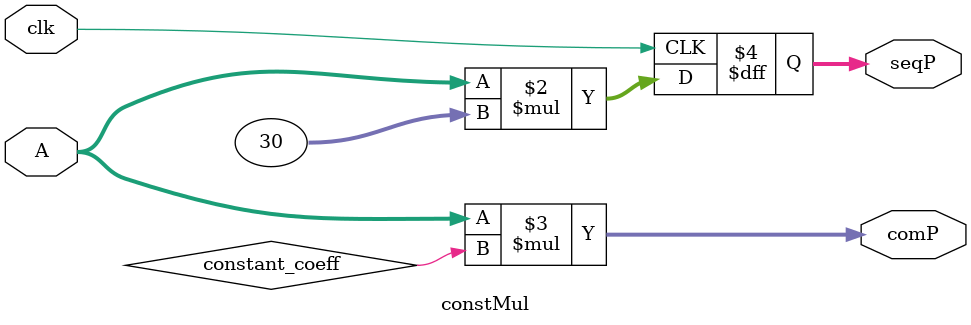
<source format=v>
module constMul #(
    parameter signed    COEFF                   = 30,
    parameter           IW                      = 32,        
    parameter           OW                      = IW * 2                
)(
    input                                       clk,
    input signed        [IW - 1: 0]             A,
    output reg signed   [OW - 1: 0]             seqP,
    output signed       [OW - 1: 0]             comP
);
    
    always@(posedge clk) begin
        seqP <= A * COEFF;
    end
    assign comP = A*constant_coeff;
    
endmodule
</source>
